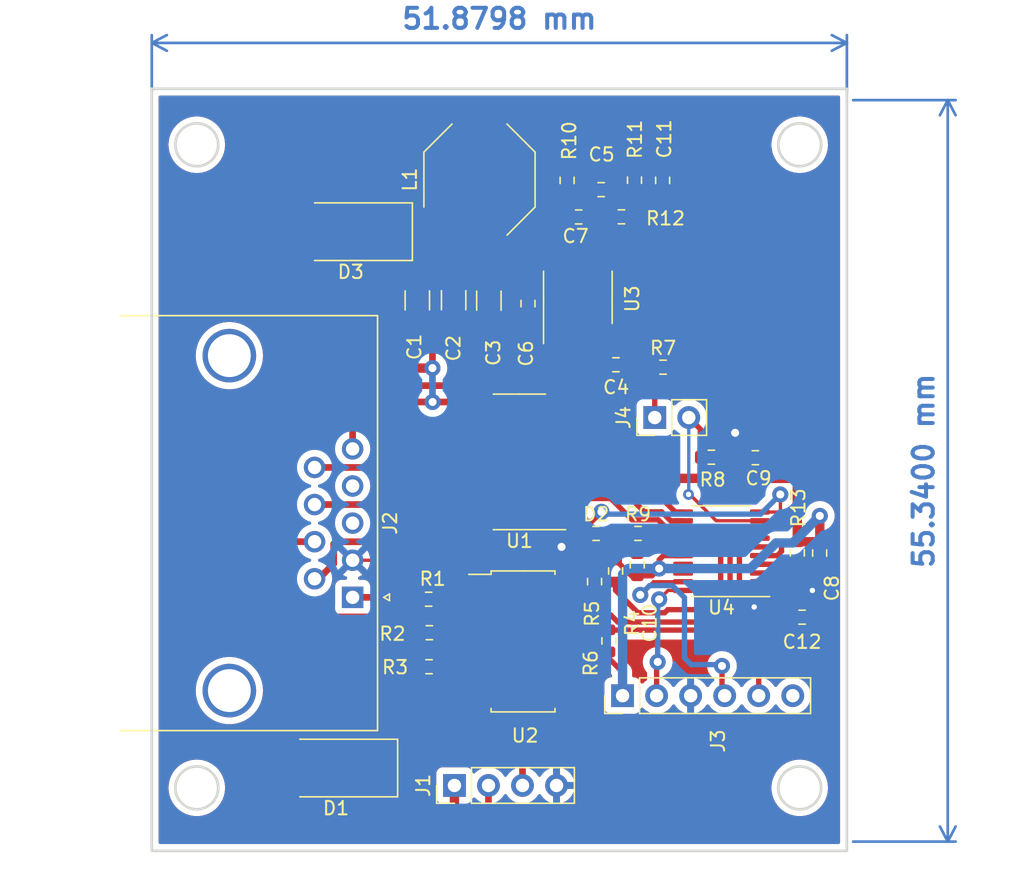
<source format=kicad_pcb>
(kicad_pcb (version 20211014) (generator pcbnew)
  (layers (0 "F.Cu" signal) (31 "B.Cu" signal) (34 "B.Paste" user) (35 "F.Paste" user) (36 "B.SilkS" user "B.Silkscreen") (37 "F.SilkS" user "F.Silkscreen") (38 "B.Mask" user) (39 "F.Mask" user) (44 "Edge.Cuts" user))
  (net 0 "")
  (net 1 "/12V")
  (net 2 "/GND")
  (net 3 "Net-(C4-Pad1)")
  (net 4 "Net-(C5-Pad1)")
  (net 5 "Net-(C5-Pad2)")
  (net 6 "Net-(C6-Pad1)")
  (net 7 "Net-(C6-Pad2)")
  (net 8 "/3V3")
  (net 9 "SWDRES")
  (net 10 "Net-(D1-Pad2)")
  (net 11 "Net-(D2-Pad2)")
  (net 12 "/Coin")
  (net 13 "/limit")
  (net 14 "SWDCLK")
  (net 15 "Net-(J4-Pad1)")
  (net 16 "Net-(R1-Pad2)")
  (net 17 "Net-(R2-Pad2)")
  (net 18 "Net-(R3-Pad2)")
  (net 19 "Net-(R9-Pad2)")
  (net 20 "Net-(R11-Pad2)")
  (net 21 "MOTOR_1")
  (net 22 "MOTOR_2")
  (net 23 "MOTOR_3")
  (net 24 "MOTOR_4")
  (net 31 "Net-(J2-Pad9)")
  (net 32 "Net-(J2-Pad8)")
  (net 33 "Net-(J2-Pad6)")
  (net 34 "/Bill")
  (net 40 "SWDIO")
  (net 43 "Net-(J2-Pad7)")
  (net 44 "LIMIT_MCU")
  (net 45 "COIN_MCU")
  (net 46 "BILL_MCU")
  (net 49 "CW_CCW")
  (footprint "Resistor_SMD:R_0603_1608Metric" (layer "F.Cu") (at 223.69 79.605 -90)
    (fp_text reference "R5")
    (fp_text value "4k7")
  )
  (footprint "Resistor_SMD:R_0603_1608Metric" (layer "F.Cu") (at 226.93 76.01)
    (fp_text reference "R9")
    (fp_text value "330")
  )
  (footprint "Connector_PinHeader_2.54mm:PinHeader_1x06_P2.54mm_Vertical" (layer "F.Cu") (at 225.78 88.12 90)
    (fp_text reference "J3")
    (fp_text value "Conn_01x06_Male")
  )
  (footprint "Diode_SMD:D_SMB_Handsoldering" (layer "F.Cu") (at 205.49 53.49 180)
    (fp_text reference "D3")
    (fp_text value "D_Schottky")
  )
  (footprint "Resistor_SMD:R_0603_1608Metric" (layer "F.Cu") (at 224.18 50.35)
    (fp_text reference "C5")
    (fp_text value "1000p")
  )
  (footprint "Resistor_SMD:R_0603_1608Metric" (layer "F.Cu") (at 223.805 76.01)
    (fp_text reference "D2")
    (fp_text value "LED")
  )
  (footprint "Resistor_SMD:R_0603_1608Metric" (layer "F.Cu") (at 228.8 63.6)
    (fp_text reference "R7")
    (fp_text value "4k7")
  )
  (footprint "Resistor_SMD:R_0603_1608Metric" (layer "F.Cu") (at 225.695 52.38)
    (fp_text reference "R12")
    (fp_text value "3.24k")
  )
  (footprint "Connector_PinHeader_2.54mm:PinHeader_1x04_P2.54mm_Vertical" (layer "F.Cu") (at 213.23 94.82 90)
    (fp_text reference "J1")
    (fp_text value "Conn_01x04_Male")
  )
  (footprint "Capacitor_SMD:C_1206_3216Metric" (layer "F.Cu") (at 213.17 58.605 90)
    (fp_text reference "C2")
    (fp_text value "4.7uf")
  )
  (footprint "Resistor_SMD:R_0603_1608Metric" (layer "F.Cu") (at 238.82 77.455 90)
    (fp_text reference "R13")
    (fp_text value "10k")
  )
  (footprint "Connector_PinHeader_2.54mm:PinHeader_1x02_P2.54mm_Vertical" (layer "F.Cu") (at 228.18 67.36 90)
    (fp_text reference "J4")
    (fp_text value "Conn_01x02_Male")
  )
  (footprint "Resistor_SMD:R_0603_1608Metric" (layer "F.Cu") (at 211.355 83.42)
    (fp_text reference "R2")
    (fp_text value "1k")
  )
  (footprint "Inductor_SMD:L_Bourns-SRU8028_8.0x8.0mm" (layer "F.Cu") (at 215.1 49.6 90)
    (fp_text reference "L1")
    (fp_text value "10uH")
  )
  (footprint "Resistor_SMD:R_0603_1608Metric" (layer "F.Cu") (at 225.26 78.815 -90)
    (fp_text reference "R4")
    (fp_text value "4k7")
  )
  (footprint "Resistor_SMD:R_0603_1608Metric" (layer "F.Cu") (at 226.87 78.345 90)
    (fp_text reference "C10")
    (fp_text value "47uf")
  )
  (footprint "Package_SO:SOIC-16_3.9x9.9mm_P1.27mm" (layer "F.Cu") (at 218.08 70.67 180)
    (fp_text reference "U1")
    (fp_text value "ULN2003")
  )
  (footprint "Package_SO:SOP-16_4.55x10.3mm_P1.27mm" (layer "F.Cu") (at 218.35 84.07)
    (fp_text reference "U2")
    (fp_text value "TLP290-4")
  )
  (footprint "Resistor_SMD:R_0603_1608Metric" (layer "F.Cu") (at 235.69 70.36)
    (fp_text reference "C9")
    (fp_text value "0.1uf")
  )
  (footprint "Resistor_SMD:R_0603_1608Metric" (layer "F.Cu") (at 211.335 85.96)
    (fp_text reference "R3")
    (fp_text value "1k")
  )
  (footprint "Resistor_SMD:R_0603_1608Metric" (layer "F.Cu") (at 221.64 49.66 -90)
    (fp_text reference "R10")
    (fp_text value "29.4k")
  )
  (footprint "Capacitor_SMD:C_1206_3216Metric" (layer "F.Cu") (at 215.8 58.635 90)
    (fp_text reference "C3")
    (fp_text value "0.01uf")
  )
  (footprint "Capacitor_SMD:C_1206_3216Metric" (layer "F.Cu") (at 210.46 58.615 90)
    (fp_text reference "C1")
    (fp_text value "4.7uf")
  )
  (footprint "Resistor_SMD:R_0603_1608Metric" (layer "F.Cu") (at 222.505 52.39 180)
    (fp_text reference "C7")
    (fp_text value "47p")
  )
  (footprint "Resistor_SMD:R_0603_1608Metric" (layer "F.Cu") (at 211.305 80.92)
    (fp_text reference "R1")
    (fp_text value "1k")
  )
  (footprint "Diode_SMD:D_SMB_Handsoldering" (layer "F.Cu") (at 204.39 93.52 180)
    (fp_text reference "D1")
    (fp_text value "D_Schottky")
  )
  (footprint "Package_SO:TSSOP-20_4.4x6.5mm_P0.65mm" (layer "F.Cu") (at 233.16 77.34 180)
    (fp_text reference "U4")
    (fp_text value "STM32F030F4Px")
  )
  (footprint "Resistor_SMD:R_0603_1608Metric" (layer "F.Cu") (at 228.77 49.66 90)
    (fp_text reference "C11")
    (fp_text value "0.1uf")
  )
  (footprint "Resistor_SMD:R_0603_1608Metric" (layer "F.Cu") (at 239.175 82.26)
    (fp_text reference "C12")
    (fp_text value "0.1uf")
  )
  (footprint "Resistor_SMD:R_0603_1608Metric" (layer "F.Cu") (at 232.405 70.32)
    (fp_text reference "R8")
    (fp_text value "100")
  )
  (footprint "Resistor_SMD:R_0603_1608Metric" (layer "F.Cu") (at 240.49 77.475 -90)
    (fp_text reference "C8")
    (fp_text value "47uf")
  )
  (footprint "Resistor_SMD:R_0603_1608Metric" (layer "F.Cu") (at 226.67 49.645 -90)
    (fp_text reference "R11")
    (fp_text value "10.2k")
  )
  (footprint "Resistor_SMD:R_0603_1608Metric" (layer "F.Cu") (at 218.72 58.855 -90)
    (fp_text reference "C6")
    (fp_text value "0.1uf")
  )
  (footprint "Package_SO:SOIC-8_3.9x4.9mm_P1.27mm" (layer "F.Cu") (at 222.44 58.39 90)
    (fp_text reference "U3")
    (fp_text value "TPS54231")
  )
  (footprint "Resistor_SMD:R_0603_1608Metric" (layer "F.Cu") (at 225.285 63.42)
    (fp_text reference "C4")
    (fp_text value "0.015uf")
  )
  (footprint "Connector_Dsub:DSUB-9_Female_Horizontal_P2.77x2.84mm_EdgePinOffset14.56mm_Housed_MountingHolesOffset8.20mm" (layer "F.Cu") (at 205.63 80.78 -90)
    (fp_text reference "J2")
    (fp_text value "DB9_Female_MountingHoles")
  )
  (footprint "Resistor_SMD:R_0603_1608Metric" (layer "F.Cu") (at 224.76 84.03 90)
    (fp_text reference "R6")
    (fp_text value "4k7")
  )
  (gr_rect (start 190.64 42.821302) (end 242.51977 99.7) (layer "Edge.Cuts") (width 0.2) (fill none))
  (gr_circle (center 239 95) (end 240.6 95) (layer "Edge.Cuts") (width 0.2) (fill none))
  (gr_circle (center 194 95) (end 195.6 95) (layer "Edge.Cuts") (width 0.2) (fill none))
  (gr_circle (center 239 47) (end 240.6 47) (layer "Edge.Cuts") (width 0.2) (fill none))
  (gr_circle (center 194 47) (end 195.6 47) (layer "Edge.Cuts") (width 0.2) (fill none))
  (dimension (type aligned) (layer "B.Cu") (pts (xy 242.49 43.67) (xy 242.49 99.01)) (height -7.56) (gr_text "55,3400 мм" (at 248.25 71.34 90) (layer "B.Cu") (effects (font (size 1.5 1.5) (thickness 0.3)))) (format (units 3) (units_format 1) (precision 4)) (style (thickness 0.2) (arrow_length 1.27) (text_position_mode 0) (extension_height 0.58642) (extension_offset 0.5) keep_text_aligned))
  (dimension (type aligned) (layer "B.Cu") (pts (xy 242.51977 43.521302) (xy 190.64 43.521302)) (height 4.121302) (gr_text "51,8798 мм" (at 216.579885 37.6) (layer "B.Cu") (effects (font (size 1.5 1.5) (thickness 0.3)))) (format (units 3) (units_format 1) (precision 4)) (style (thickness 0.2) (arrow_length 1.27) (text_position_mode 0) (extension_height 0.58642) (extension_offset 0.5) keep_text_aligned))
  (segment (start 215.58 66.2) (end 215.605 66.225) (width 0.25) (layer "F.Cu") (net 1))
  (segment (start 210.51 83.44) (end 210.53 83.42) (width 0.25) (layer "F.Cu") (net 1))
  (segment (start 202.03 63.67) (end 211.59 63.67) (width 0.7) (layer "F.Cu") (net 1))
  (segment (start 209.54 93.52) (end 207.09 93.52) (width 0.7) (layer "F.Cu") (net 1))
  (segment (start 210.51 85.96) (end 210.51 83.44) (width 0.7) (layer "F.Cu") (net 1))
  (segment (start 209.54 93.49) (end 209.54 93.52) (width 0.25) (layer "F.Cu") (net 1))
  (segment (start 221.805 62.545) (end 221.33 63.02) (width 0.5) (layer "F.Cu") (net 1))
  (segment (start 199.48 66.22) (end 202.03 63.67) (width 0.7) (layer "F.Cu") (net 1))
  (segment (start 210.93 61.46) (end 210.93 60.105) (width 0.5) (layer "F.Cu") (net 1))
  (segment (start 211.6 66.2) (end 215.58 66.2) (width 0.5) (layer "F.Cu") (net 1))
  (segment (start 212.52 60.1) (end 215.41 60.1) (width 0.8) (layer "F.Cu") (net 1))
  (segment (start 205.63 66.375331) (end 205.705331 66.3) (width 0.5) (layer "F.Cu") (net 1))
  (segment (start 211.59 63.67) (end 211.59 62.12) (width 0.5) (layer "F.Cu") (net 1))
  (segment (start 210.51 85.96) (end 210.51 89.76) (width 0.7) (layer "F.Cu") (net 1))
  (segment (start 210.48 82.25) (end 210.39 82.34) (width 0.25) (layer "F.Cu") (net 1))
  (segment (start 211.59 62.12) (end 210.93 61.46) (width 0.5) (layer "F.Cu") (net 1))
  (segment (start 210.51 89.76) (end 210.49 89.78) (width 0.25) (layer "F.Cu") (net 1))
  (segment (start 215.1 62.7) (end 215.1 60) (width 0.5) (layer "F.Cu") (net 1))
  (segment (start 210.53 83.42) (end 210.48 83.37) (width 0.25) (layer "F.Cu") (net 1))
  (segment (start 215.09 59.99) (end 215.1 60) (width 0.25) (layer "F.Cu") (net 1))
  (segment (start 205.63 69.7) (end 205.63 66.375331) (width 0.5) (layer "F.Cu") (net 1))
  (segment (start 199.48 78.6) (end 199.48 66.22) (width 0.7) (layer "F.Cu") (net 1))
  (segment (start 211.6 66.2) (end 205.805331 66.2) (width 0.5) (layer "F.Cu") (net 1))
  (segment (start 210.51 89.76) (end 210.51 92.52) (width 0.7) (layer "F.Cu") (net 1))
  (segment (start 205.805331 66.2) (end 205.705331 66.3) (width 0.5) (layer "F.Cu") (net 1))
  (segment (start 210.39 82.34) (end 203.22 82.34) (width 0.7) (layer "F.Cu") (net 1))
  (segment (start 221.805 60.865) (end 221.805 62.545) (width 0.5) (layer "F.Cu") (net 1))
  (segment (start 221.33 63.02) (end 215.42 63.02) (width 0.5) (layer "F.Cu") (net 1))
  (segment (start 210.48 83.37) (end 210.48 80.92) (width 0.7) (layer "F.Cu") (net 1))
  (segment (start 210.51 92.52) (end 209.54 93.49) (width 0.7) (layer "F.Cu") (net 1))
  (segment (start 215.42 63.02) (end 215.1 62.7) (width 0.5) (layer "F.Cu") (net 1))
  (segment (start 203.22 82.34) (end 199.48 78.6) (width 0.7) (layer "F.Cu") (net 1))
  (segment (start 210.3 60.1) (end 213.04 60.1) (width 0.8) (layer "F.Cu") (net 1))
  (segment (start 210.48 80.92) (end 210.48 82.25) (width 0.25) (layer "F.Cu") (net 1))
  (segment (start 211.64 63.67) (end 211.59 63.67) (width 0.25) (layer "F.Cu") (net 1))
  (via (at 211.6 66.2) (size 1.2) (drill 0.6) (layers "F.Cu" "B.Cu") (net 1))
  (via (at 211.59 63.67) (size 1.2) (drill 0.6) (layers "F.Cu" "B.Cu") (net 1))
  (segment (start 211.6 66.27) (end 211.59 66.28) (width 0.25) (layer "B.Cu") (net 1))
  (segment (start 211.59 63.67) (end 211.59 66.28) (width 0.5) (layer "B.Cu") (net 1))
  (segment (start 211.6 66.2) (end 211.6 66.27) (width 0.25) (layer "B.Cu") (net 1))
  (segment (start 221.68 52.39) (end 221.68 50.525) (width 0.25) (layer "F.Cu") (net 2))
  (segment (start 221.39 83.455) (end 219.385 83.455) (width 0.25) (layer "F.Cu") (net 2))
  (segment (start 228.75 52.38) (end 228.78 52.35) (width 0.25) (layer "F.Cu") (net 2))
  (segment (start 240 80.32) (end 239.945 80.265) (width 0.25) (layer "F.Cu") (net 2))
  (segment (start 221.39 80.915) (end 219.745 80.915) (width 0.25) (layer "F.Cu") (net 2))
  (segment (start 219.34 77.04) (end 219.365 77.015) (width 0.25) (layer "F.Cu") (net 2))
  (segment (start 240 82.26) (end 240 80.32) (width 0.4) (layer "F.Cu") (net 2))
  (segment (start 228.78 52.35) (end 228.78 52.16) (width 0.25) (layer "F.Cu") (net 2))
  (segment (start 226.87 77.17) (end 226.715 77.015) (width 0.25) (layer "F.Cu") (net 2))
  (segment (start 221.805 54.265) (end 221.45 53.91) (width 0.4) (layer "F.Cu") (net 2))
  (segment (start 233.94 70.32) (end 234.825 70.32) (width 0.25) (layer "F.Cu") (net 2))
  (segment (start 233.23 70.32) (end 233.94 70.32) (width 0.25) (layer "F.Cu") (net 2))
  (segment (start 226.87 77.52) (end 226.87 77.17) (width 0.25) (layer "F.Cu") (net 2))
  (segment (start 240.315 80.265) (end 240.49 80.09) (width 0.4) (layer "F.Cu") (net 2))
  (segment (start 226.11 63.42) (end 226.11 58.24) (width 0.4) (layer "F.Cu") (net 2))
  (segment (start 215.09 57.04) (end 215.1 57.05) (width 0.25) (layer "F.Cu") (net 2))
  (segment (start 214.175 77.015) (end 219.365 77.015) (width 0.25) (layer "F.Cu") (net 2))
  (segment (start 205.63 78.01) (end 213.18 78.01) (width 0.25) (layer "F.Cu") (net 2))
  (segment (start 233.94 68.74) (end 233.94 70.32) (width 0.25) (layer "F.Cu") (net 2))
  (segment (start 220.49 66.16) (end 220.555 66.225) (width 0.25) (layer "F.Cu") (net 2))
  (segment (start 226.52 52.38) (end 228.75 52.38) (width 0.25) (layer "F.Cu") (net 2))
  (segment (start 226.715 77.015) (end 222.905 77.015) (width 0.4) (layer "F.Cu") (net 2))
  (segment (start 222.905 77.015) (end 221.225 77.015) (width 0.25) (layer "F.Cu") (net 2))
  (segment (start 221.45 52.62) (end 221.68 52.39) (width 0.25) (layer "F.Cu") (net 2))
  (segment (start 222.905 76.14) (end 222.955 76.09) (width 0.25) (layer "F.Cu") (net 2))
  (segment (start 221.805 55.915) (end 221.805 54.265) (width 0.4) (layer "F.Cu") (net 2))
  (segment (start 228.78 50.495) (end 228.77 50.485) (width 0.25) (layer "F.Cu") (net 2))
  (segment (start 219.365 77.015) (end 219.135 77.015) (width 0.25) (layer "F.Cu") (net 2))
  (segment (start 234.18 68.5) (end 233.94 68.74) (width 0.25) (layer "F.Cu") (net 2))
  (segment (start 226.11 58.24) (end 226.07 58.2) (width 0.25) (layer "F.Cu") (net 2))
  (segment (start 221.805 58.055) (end 221.95 58.2) (width 0.25) (layer "F.Cu") (net 2))
  (segment (start 221.225 77.015) (end 219.365 77.015) (width 0.25) (layer "F.Cu") (net 2))
  (segment (start 239.945 80.265) (end 240.315 80.265) (width 0.4) (layer "F.Cu") (net 2))
  (segment (start 221.95 58.2) (end 226.07 58.2) (width 0.25) (layer "F.Cu") (net 2))
  (segment (start 222.905 77.015) (end 222.905 76.14) (width 0.25) (layer "F.Cu") (net 2))
  (segment (start 221.68 50.525) (end 221.64 50.485) (width 0.25) (layer "F.Cu") (net 2))
  (segment (start 219.34 81.32) (end 219.34 83.41) (width 0.25) (layer "F.Cu") (net 2))
  (segment (start 219.745 80.915) (end 219.34 81.32) (width 0.25) (layer "F.Cu") (net 2))
  (segment (start 219.34 83.41) (end 219.34 85.75) (width 0.25) (layer "F.Cu") (net 2))
  (segment (start 221.805 55.915) (end 221.805 58.055) (width 0.25) (layer "F.Cu") (net 2))
  (segment (start 219.385 83.455) (end 219.34 83.41) (width 0.25) (layer "F.Cu") (net 2))
  (segment (start 219.585 85.995) (end 221.39 85.995) (width 0.25) (layer "F.Cu") (net 2))
  (segment (start 228.78 52.16) (end 228.78 50.495) (width 0.25) (layer "F.Cu") (net 2))
  (segment (start 230.2975 77.015) (end 226.715 77.015) (width 0.4) (layer "F.Cu") (net 2))
  (segment (start 219.34 81.32) (end 219.34 77.04) (width 0.25) (layer "F.Cu") (net 2))
  (segment (start 213.18 78.01) (end 214.175 77.015) (width 0.25) (layer "F.Cu") (net 2))
  (segment (start 221.45 53.91) (end 221.45 52.62) (width 0.25) (layer "F.Cu") (net 2))
  (segment (start 219.34 85.75) (end 219.585 85.995) (width 0.25) (layer "F.Cu") (net 2))
  (segment (start 240.49 80.09) (end 240.49 78.3) (width 0.4) (layer "F.Cu") (net 2))
  (segment (start 234.825 70.32) (end 234.865 70.36) (width 0.25) (layer "F.Cu") (net 2))
  (via (at 235.6 81.5) (size 0.8) (drill 0.4) (layers "F.Cu" "B.Cu") (net 2))
  (via (at 234.18 68.5) (size 1.2) (drill 0.6) (layers "F.Cu" "B.Cu") (net 2))
  (via (at 221.225 77.015) (size 1.2) (drill 0.6) (layers "F.Cu" "B.Cu") (net 2))
  (via (at 239.945 80.265) (size 0.8) (drill 0.4) (layers "F.Cu" "B.Cu") (net 2))
  (segment (start 224.345 63.305) (end 224.46 63.42) (width 0.25) (layer "F.Cu") (net 3))
  (segment (start 224.345 60.865) (end 224.345 63.305) (width 0.4) (layer "F.Cu") (net 3))
  (segment (start 223.33 52.39) (end 223.33 50.375) (width 0.4) (layer "F.Cu") (net 4))
  (segment (start 223.075 52.645) (end 223.33 52.39) (width 0.25) (layer "F.Cu") (net 4))
  (segment (start 223.33 50.375) (end 223.355 50.35) (width 0.25) (layer "F.Cu") (net 4))
  (segment (start 223.075 55.915) (end 223.075 52.645) (width 0.4) (layer "F.Cu") (net 4))
  (segment (start 225.005 50.35) (end 225.005 49.045) (width 0.4) (layer "F.Cu") (net 5))
  (segment (start 224.78 48.82) (end 221.655 48.82) (width 0.4) (layer "F.Cu") (net 5))
  (segment (start 221.655 48.82) (end 221.64 48.835) (width 0.25) (layer "F.Cu") (net 5))
  (segment (start 225.005 49.045) (end 224.78 48.82) (width 0.4) (layer "F.Cu") (net 5))
  (segment (start 208.19 53.49) (end 215.09 53.49) (width 1) (layer "F.Cu") (net 6))
  (segment (start 218.72 56.28) (end 219.4 55.6) (width 0.4) (layer "F.Cu") (net 6))
  (segment (start 219.4 55.6) (end 220.22 55.6) (width 0.4) (layer "F.Cu") (net 6))
  (segment (start 218.72 58.03) (end 218.72 56.28) (width 0.4) (layer "F.Cu") (net 6))
  (segment (start 219.9 53.5) (end 215.1 53.5) (width 0.5) (layer "F.Cu") (net 6))
  (segment (start 219.9 53.5) (end 220.535 54.135) (width 0.5) (layer "F.Cu") (net 6))
  (segment (start 218.69 58) (end 218.72 58.03) (width 0.25) (layer "F.Cu") (net 6))
  (segment (start 220.535 54.135) (end 220.535 55.915) (width 0.5) (layer "F.Cu") (net 6))
  (segment (start 220.22 55.6) (end 220.535 55.915) (width 0.25) (layer "F.Cu") (net 6))
  (segment (start 215.09 53.49) (end 215.1 53.5) (width 0.25) (layer "F.Cu") (net 6))
  (segment (start 218.72 60.71) (end 218.9 60.89) (width 0.4) (layer "F.Cu") (net 7))
  (segment (start 218.9 60.89) (end 220.51 60.89) (width 0.4) (layer "F.Cu") (net 7))
  (segment (start 220.51 60.89) (end 220.535 60.865) (width 0.25) (layer "F.Cu") (net 7))
  (segment (start 218.72 59.68) (end 218.72 60.71) (width 0.4) (layer "F.Cu") (net 7))
  (segment (start 237.71 76.63) (end 238.82 76.63) (width 0.4) (layer "F.Cu") (net 8))
  (segment (start 240.47 76.63) (end 240.49 76.65) (width 0.25) (layer "F.Cu") (net 8))
  (segment (start 228.51 77.98) (end 228.825 77.665) (width 0.4) (layer "F.Cu") (net 8))
  (segment (start 227.97 79.17) (end 228.51 78.63) (width 0.4) (layer "F.Cu") (net 8))
  (segment (start 225.8 69.440018) (end 225.8 65.75) (width 0.7) (layer "F.Cu") (net 8))
  (segment (start 228.755 48.82) (end 228.77 48.835) (width 0.25) (layer "F.Cu") (net 8))
  (segment (start 230.2975 77.665) (end 230.2925 77.66) (width 0.25) (layer "F.Cu") (net 8))
  (segment (start 238.82 71.9) (end 228.259982 71.9) (width 0.7) (layer "F.Cu") (net 8))
  (segment (start 225.78 86.36) (end 225.78 88.12) (width 0.4) (layer "F.Cu") (net 8))
  (segment (start 226.8 48.69) (end 226.67 48.82) (width 0.25) (layer "F.Cu") (net 8))
  (segment (start 226.87 79.17) (end 226.44 79.17) (width 0.25) (layer "F.Cu") (net 8))
  (segment (start 226.8 46.5) (end 226.8 48.69) (width 0.7) (layer "F.Cu") (net 8))
  (segment (start 238.82 71.9) (end 238.82 70.88) (width 0.7) (layer "F.Cu") (net 8))
  (segment (start 228.51 78.63) (end 228.51 77.98) (width 0.4) (layer "F.Cu") (net 8))
  (segment (start 237.64 76.7) (end 237.71 76.63) (width 0.25) (layer "F.Cu") (net 8))
  (segment (start 238.3 70.36) (end 236.515 70.36) (width 0.7) (layer "F.Cu") (net 8))
  (segment (start 226.67 48.82) (end 228.755 48.82) (width 0.7) (layer "F.Cu") (net 8))
  (segment (start 223.69 78.78) (end 223.69 78.28) (width 0.4) (layer "F.Cu") (net 8))
  (segment (start 230.3 61.25) (end 230.3 48.74) (width 0.7) (layer "F.Cu") (net 8))
  (segment (start 238.82 70.88) (end 238.3 70.36) (width 0.7) (layer "F.Cu") (net 8))
  (segment (start 236.0225 77.665) (end 237.325 77.665) (width 0.4) (layer "F.Cu") (net 8))
  (segment (start 223.98 77.99) (end 225.26 77.99) (width 0.4) (layer "F.Cu") (net 8))
  (segment (start 224.76 84.855) (end 224.76 85.34) (width 0.4) (layer "F.Cu") (net 8))
  (segment (start 226.87 79.17) (end 227.97 79.17) (width 0.4) (layer "F.Cu") (net 8))
  (segment (start 238.82 76.63) (end 240.47 76.63) (width 0.7) (layer "F.Cu") (net 8))
  (segment (start 215.1 45.7) (end 226 45.7) (width 0.7) (layer "F.Cu") (net 8))
  (segment (start 230.3 48.74) (end 228.865 48.74) (width 0.7) (layer "F.Cu") (net 8))
  (segment (start 228.259982 71.9) (end 225.8 69.440018) (width 0.7) (layer "F.Cu") (net 8))
  (segment (start 228.865 48.74) (end 228.77 48.835) (width 0.25) (layer "F.Cu") (net 8))
  (segment (start 224.76 85.34) (end 225.78 86.36) (width 0.4) (layer "F.Cu") (net 8))
  (segment (start 237.64 77.35) (end 237.64 76.7) (width 0.4) (layer "F.Cu") (net 8))
  (segment (start 228.825 77.665) (end 230.2975 77.665) (width 0.4) (layer "F.Cu") (net 8))
  (segment (start 226 45.7) (end 226.8 46.5) (width 0.7) (layer "F.Cu") (net 8))
  (segment (start 223.69 78.28) (end 223.98 77.99) (width 0.4) (layer "F.Cu") (net 8))
  (segment (start 240.5 76.64) (end 240.49 76.65) (width 0.25) (layer "F.Cu") (net 8))
  (segment (start 238.82 76.63) (end 238.82 71.9) (width 0.7) (layer "F.Cu") (net 8))
  (segment (start 237.325 77.665) (end 237.64 77.35) (width 0.4) (layer "F.Cu") (net 8))
  (segment (start 225.8 65.75) (end 230.3 61.25) (width 0.7) (layer "F.Cu") (net 8))
  (segment (start 240.5 74.7) (end 240.5 76.64) (width 0.7) (layer "F.Cu") (net 8))
  (segment (start 226.44 79.17) (end 225.26 77.99) (width 0.4) (layer "F.Cu") (net 8))
  (via (at 240.5 74.7) (size 1.2) (drill 0.6) (layers "F.Cu" "B.Cu") (net 8))
  (via (at 228.51 78.63) (size 1.2) (drill 0.6) (layers "F.Cu" "B.Cu") (net 8))
  (segment (start 238.48 76.72) (end 237.23 76.72) (width 0.7) (layer "B.Cu") (net 8))
  (segment (start 237.23 76.72) (end 235.32 78.63) (width 0.7) (layer "B.Cu") (net 8))
  (segment (start 226.21 78.63) (end 228.51 78.63) (width 0.7) (layer "B.Cu") (net 8))
  (segment (start 225.78 88.12) (end 225.78 79.06) (width 0.7) (layer "B.Cu") (net 8))
  (segment (start 225.78 79.06) (end 226.21 78.63) (width 0.7) (layer "B.Cu") (net 8))
  (segment (start 235.32 78.63) (end 228.51 78.63) (width 0.7) (layer "B.Cu") (net 8))
  (segment (start 240.5 74.7) (end 238.48 76.72) (width 0.7) (layer "B.Cu") (net 8))
  (segment (start 235.94 88.12) (end 235.94 82.86) (width 0.4) (layer "F.Cu") (net 9))
  (segment (start 238.35 82.26) (end 238.35 79.5505) (width 0.4) (layer "F.Cu") (net 9))
  (segment (start 236.64 82.16) (end 238.25 82.16) (width 0.4) (layer "F.Cu") (net 9))
  (segment (start 238.35 79.5505) (end 238.34 79.5405) (width 0.25) (layer "F.Cu") (net 9))
  (segment (start 235.94 82.86) (end 236.64 82.16) (width 0.4) (layer "F.Cu") (net 9))
  (segment (start 238.25 82.16) (end 238.35 82.26) (width 0.25) (layer "F.Cu") (net 9))
  (segment (start 238.34 79.5405) (end 238.82 79.0605) (width 0.4) (layer "F.Cu") (net 9))
  (segment (start 238.82 79.0605) (end 238.82 78.28) (width 0.4) (layer "F.Cu") (net 9))
  (segment (start 238.785 78.315) (end 238.82 78.28) (width 0.25) (layer "F.Cu") (net 9))
  (segment (start 236.0225 78.315) (end 238.785 78.315) (width 0.4) (layer "F.Cu") (net 9))
  (segment (start 213.23 97.53) (end 213.23 94.82) (width 0.7) (layer "F.Cu") (net 10))
  (segment (start 201.69 93.52) (end 201.69 97.7) (width 0.7) (layer "F.Cu") (net 10))
  (segment (start 201.69 97.7) (end 201.99 98) (width 0.7) (layer "F.Cu") (net 10))
  (segment (start 212.76 98) (end 213.23 97.53) (width 0.7) (layer "F.Cu") (net 10))
  (segment (start 201.99 98) (end 212.76 98) (width 0.7) (layer "F.Cu") (net 10))
  (segment (start 226.115 76.09) (end 224.605 76.09) (width 0.4) (layer "F.Cu") (net 11))
  (segment (start 215.77 96.91) (end 215.77 94.82) (width 0.5) (layer "F.Cu") (net 12))
  (segment (start 216.15 97.29) (end 215.77 96.91) (width 0.5) (layer "F.Cu") (net 12))
  (segment (start 217.645 82.185) (end 217.74 82.28) (width 0.5) (layer "F.Cu") (net 12))
  (segment (start 222.81 91.98) (end 223.54 92.71) (width 0.5) (layer "F.Cu") (net 12))
  (segment (start 217.74 82.28) (end 217.74 90.08) (width 0.5) (layer "F.Cu") (net 12))
  (segment (start 219.64 91.98) (end 222.81 91.98) (width 0.5) (layer "F.Cu") (net 12))
  (segment (start 223.54 92.71) (end 223.54 96.76) (width 0.5) (layer "F.Cu") (net 12))
  (segment (start 223.01 97.29) (end 216.15 97.29) (width 0.5) (layer "F.Cu") (net 12))
  (segment (start 223.54 96.76) (end 223.01 97.29) (width 0.5) (layer "F.Cu") (net 12))
  (segment (start 217.74 90.08) (end 219.64 91.98) (width 0.5) (layer "F.Cu") (net 12))
  (segment (start 214.89 82.185) (end 217.645 82.185) (width 0.5) (layer "F.Cu") (net 12))
  (segment (start 209.945 79.645) (end 214.89 79.645) (width 0.5) (layer "F.Cu") (net 13))
  (segment (start 205.63 80.78) (end 208.81 80.78) (width 0.5) (layer "F.Cu") (net 13))
  (segment (start 208.81 80.78) (end 209.945 79.645) (width 0.5) (layer "F.Cu") (net 13))
  (segment (start 228.4 85.64) (end 228.4 85.6) (width 0.25) (layer "F.Cu") (net 14))
  (segment (start 229.175 80.265) (end 230.2975 80.265) (width 0.25) (layer "F.Cu") (net 14))
  (segment (start 228.51 80.93) (end 229.175 80.265) (width 0.25) (layer "F.Cu") (net 14))
  (segment (start 228.32 88.12) (end 228.32 85.72) (width 0.4) (layer "F.Cu") (net 14))
  (segment (start 228.32 85.72) (end 228.4 85.64) (width 0.25) (layer "F.Cu") (net 14))
  (via (at 228.51 80.93) (size 1.2) (drill 0.6) (layers "F.Cu" "B.Cu") (net 14))
  (via (at 228.4 85.6) (size 1.2) (drill 0.6) (layers "F.Cu" "B.Cu") (net 14))
  (segment (start 228.5 81) (end 228.4 81.1) (width 0.4) (layer "B.Cu") (net 14))
  (segment (start 228.5 80.94) (end 228.51 80.93) (width 0.25) (layer "B.Cu") (net 14))
  (segment (start 228.5 81) (end 228.5 80.94) (width 0.25) (layer "B.Cu") (net 14))
  (segment (start 228.4 81.1) (end 228.4 85.6) (width 0.4) (layer "B.Cu") (net 14))
  (segment (start 228.18 67.36) (end 228.18 65.52) (width 0.4) (layer "F.Cu") (net 15))
  (segment (start 228.18 65.52) (end 228.7 65) (width 0.4) (layer "F.Cu") (net 15))
  (segment (start 229.625 64.975) (end 229.625 63.6) (width 0.4) (layer "F.Cu") (net 15))
  (segment (start 229.6 65) (end 229.625 64.975) (width 0.25) (layer "F.Cu") (net 15))
  (segment (start 228.7 65) (end 229.6 65) (width 0.4) (layer "F.Cu") (net 15))
  (segment (start 214.885 80.92) (end 214.89 80.915) (width 0.25) (layer "F.Cu") (net 16))
  (segment (start 212.13 80.92) (end 214.885 80.92) (width 0.5) (layer "F.Cu") (net 16))
  (segment (start 212.18 83.42) (end 214.855 83.42) (width 0.5) (layer "F.Cu") (net 17))
  (segment (start 214.855 83.42) (end 214.89 83.455) (width 0.25) (layer "F.Cu") (net 17))
  (segment (start 214.855 85.96) (end 214.89 85.995) (width 0.25) (layer "F.Cu") (net 18))
  (segment (start 212.16 85.96) (end 214.855 85.96) (width 0.5) (layer "F.Cu") (net 18))
  (segment (start 228.64 76.04) (end 227.815 76.04) (width 0.4) (layer "F.Cu") (net 19))
  (segment (start 230.2975 76.365) (end 228.965 76.365) (width 0.4) (layer "F.Cu") (net 19))
  (segment (start 227.815 76.04) (end 227.765 76.09) (width 0.25) (layer "F.Cu") (net 19))
  (segment (start 228.965 76.365) (end 228.64 76.04) (width 0.4) (layer "F.Cu") (net 19))
  (segment (start 226.55 51.34) (end 226.67 51.22) (width 0.4) (layer "F.Cu") (net 20))
  (segment (start 224.87 51.69) (end 225.22 51.34) (width 0.4) (layer "F.Cu") (net 20))
  (segment (start 226.67 51.22) (end 226.67 50.47) (width 0.4) (layer "F.Cu") (net 20))
  (segment (start 224.87 52.38) (end 224.87 51.69) (width 0.4) (layer "F.Cu") (net 20))
  (segment (start 224.345 54.125) (end 224.87 53.6) (width 0.4) (layer "F.Cu") (net 20))
  (segment (start 224.345 55.915) (end 224.345 54.125) (width 0.4) (layer "F.Cu") (net 20))
  (segment (start 225.22 51.34) (end 226.55 51.34) (width 0.4) (layer "F.Cu") (net 20))
  (segment (start 224.87 53.6) (end 224.87 52.38) (width 0.4) (layer "F.Cu") (net 20))
  (segment (start 237.545 74.415) (end 237.56 74.4) (width 0.25) (layer "F.Cu") (net 21))
  (segment (start 236.0225 74.415) (end 237.545 74.415) (width 0.25) (layer "F.Cu") (net 21))
  (segment (start 237.56 73.11) (end 237.55 73.1) (width 0.25) (layer "F.Cu") (net 21))
  (segment (start 224.2 74.4) (end 223.485 75.115) (width 0.4) (layer "F.Cu") (net 21))
  (segment (start 223.485 75.115) (end 220.555 75.115) (width 0.4) (layer "F.Cu") (net 21))
  (segment (start 237.56 74.4) (end 237.56 73.11) (width 0.25) (layer "F.Cu") (net 21))
  (via (at 224.2 74.4) (size 1.2) (drill 0.6) (layers "F.Cu" "B.Cu") (net 21))
  (via (at 237.55 73.1) (size 1.2) (drill 0.6) (layers "F.Cu" "B.Cu") (net 21))
  (segment (start 224.3695 74.5695) (end 236.0805 74.5695) (width 0.4) (layer "B.Cu") (net 21))
  (segment (start 224.2 74.4) (end 224.3695 74.5695) (width 0.25) (layer "B.Cu") (net 21))
  (segment (start 236.0805 74.5695) (end 237.55 73.1) (width 0.4) (layer "B.Cu") (net 21))
  (segment (start 226.49714 74.99714) (end 224.900489 73.400489) (width 0.4) (layer "F.Cu") (net 22))
  (segment (start 228.44499 74.99714) (end 226.49714 74.99714) (width 0.4) (layer "F.Cu") (net 22))
  (segment (start 220.555 73.845) (end 220.6 73.8) (width 0.25) (layer "F.Cu") (net 22))
  (segment (start 222.755 73.845) (end 220.555 73.845) (width 0.4) (layer "F.Cu") (net 22))
  (segment (start 229.16285 75.715) (end 228.44499 74.99714) (width 0.4) (layer "F.Cu") (net 22))
  (segment (start 223.199511 73.400489) (end 222.755 73.845) (width 0.4) (layer "F.Cu") (net 22))
  (segment (start 224.900489 73.400489) (end 223.199511 73.400489) (width 0.4) (layer "F.Cu") (net 22))
  (segment (start 230.2975 75.715) (end 229.16285 75.715) (width 0.4) (layer "F.Cu") (net 22))
  (segment (start 228.69332 74.39762) (end 229.3607 75.065) (width 0.4) (layer "F.Cu") (net 23))
  (segment (start 229.3607 75.065) (end 230.2975 75.065) (width 0.4) (layer "F.Cu") (net 23))
  (segment (start 225.575 72.575) (end 227.39762 74.39762) (width 0.4) (layer "F.Cu") (net 23))
  (segment (start 227.39762 74.39762) (end 228.69332 74.39762) (width 0.4) (layer "F.Cu") (net 23))
  (segment (start 220.555 72.575) (end 225.575 72.575) (width 0.4) (layer "F.Cu") (net 23))
  (segment (start 220.555 71.305) (end 220.58 71.33) (width 0.25) (layer "F.Cu") (net 24))
  (segment (start 229.715 74.415) (end 230.2975 74.415) (width 0.4) (layer "F.Cu") (net 24))
  (segment (start 226.63 71.33) (end 229.715 74.415) (width 0.4) (layer "F.Cu") (net 24))
  (segment (start 220.58 71.33) (end 226.63 71.33) (width 0.4) (layer "F.Cu") (net 24))
  (segment (start 208.905 71.085) (end 210.395 72.575) (width 0.5) (layer "F.Cu") (net 31))
  (segment (start 210.395 72.575) (end 215.605 72.575) (width 0.5) (layer "F.Cu") (net 31))
  (segment (start 202.79 71.085) (end 208.905 71.085) (width 0.5) (layer "F.Cu") (net 31))
  (segment (start 202.79 73.855) (end 215.595 73.855) (width 0.5) (layer "F.Cu") (net 32))
  (segment (start 215.595 73.855) (end 215.605 73.845) (width 0.25) (layer "F.Cu") (net 32))
  (segment (start 214.455 75.115) (end 215.605 75.115) (width 0.5) (layer "F.Cu") (net 33))
  (segment (start 204.22 78.27) (end 204.22 76.8) (width 0.5) (layer "F.Cu") (net 33))
  (segment (start 204.39 76.63) (end 212.03 76.63) (width 0.5) (layer "F.Cu") (net 33))
  (segment (start 204.22 76.8) (end 204.39 76.63) (width 0.5) (layer "F.Cu") (net 33))
  (segment (start 213.545 75.115) (end 215.605 75.115) (width 0.5) (layer "F.Cu") (net 33))
  (segment (start 203.095 79.395) (end 204.22 78.27) (width 0.5) (layer "F.Cu") (net 33))
  (segment (start 202.79 79.395) (end 203.095 79.395) (width 0.25) (layer "F.Cu") (net 33))
  (segment (start 212.03 76.63) (end 213.545 75.115) (width 0.5) (layer "F.Cu") (net 33))
  (segment (start 214.89 84.725) (end 216.535 84.725) (width 0.5) (layer "F.Cu") (net 34))
  (segment (start 216.71 91.02) (end 216.77 91.02) (width 0.5) (layer "F.Cu") (net 34))
  (segment (start 218.31 92.56) (end 218.31 94.82) (width 0.5) (layer "F.Cu") (net 34))
  (segment (start 216.71 84.9) (end 216.71 91.02) (width 0.5) (layer "F.Cu") (net 34))
  (segment (start 216.535 84.725) (end 216.71 84.9) (width 0.5) (layer "F.Cu") (net 34))
  (segment (start 216.77 91.02) (end 218.31 92.56) (width 0.5) (layer "F.Cu") (net 34))
  (segment (start 228.085 79.615) (end 230.2975 79.615) (width 0.25) (layer "F.Cu") (net 40))
  (segment (start 227.1 80.6) (end 228.085 79.615) (width 0.25) (layer "F.Cu") (net 40))
  (segment (start 233.2 85.9) (end 233.2 87.92) (width 0.4) (layer "F.Cu") (net 40))
  (segment (start 233.2 87.92) (end 233.4 88.12) (width 0.25) (layer "F.Cu") (net 40))
  (via (at 233.2 85.9) (size 1.2) (drill 0.6) (layers "F.Cu" "B.Cu") (net 40))
  (via (at 227.1 80.6) (size 1.2) (drill 0.6) (layers "F.Cu" "B.Cu") (net 40))
  (segment (start 230.9 85.8) (end 233.1 85.8) (width 0.4) (layer "B.Cu") (net 40))
  (segment (start 230.4 85.3) (end 230.9 85.8) (width 0.4) (layer "B.Cu") (net 40))
  (segment (start 233.1 85.8) (end 233.2 85.9) (width 0.25) (layer "B.Cu") (net 40))
  (segment (start 227.1 80.6) (end 227.8 79.9) (width 0.4) (layer "B.Cu") (net 40))
  (segment (start 229.5 79.9) (end 230.4 80.8) (width 0.4) (layer "B.Cu") (net 40))
  (segment (start 227.8 79.9) (end 229.5 79.9) (width 0.4) (layer "B.Cu") (net 40))
  (segment (start 230.4 80.8) (end 230.4 85.3) (width 0.4) (layer "B.Cu") (net 40))
  (segment (start 202.31 64.98) (end 200.4 66.89) (width 0.5) (layer "F.Cu") (net 43))
  (segment (start 200.4 76.13) (end 200.895 76.625) (width 0.5) (layer "F.Cu") (net 43))
  (segment (start 200.4 66.89) (end 200.4 76.13) (width 0.5) (layer "F.Cu") (net 43))
  (segment (start 215.65 71.35) (end 217.6 71.35) (width 0.5) (layer "F.Cu") (net 43))
  (segment (start 217.6 65.49) (end 217.09 64.98) (width 0.5) (layer "F.Cu") (net 43))
  (segment (start 217.09 64.98) (end 202.31 64.98) (width 0.5) (layer "F.Cu") (net 43))
  (segment (start 200.895 76.625) (end 202.79 76.625) (width 0.5) (layer "F.Cu") (net 43))
  (segment (start 217.6 71.35) (end 217.6 65.49) (width 0.5) (layer "F.Cu") (net 43))
  (segment (start 215.605 71.305) (end 215.65 71.35) (width 0.25) (layer "F.Cu") (net 43))
  (segment (start 232.79 81.7) (end 229.153523 81.7) (width 0.4) (layer "F.Cu") (net 44))
  (segment (start 225.255 80.255) (end 225.255 79.645) (width 0.4) (layer "F.Cu") (net 44))
  (segment (start 233.82 75.715) (end 233.1 76.435) (width 0.4) (layer "F.Cu") (net 44))
  (segment (start 229.153523 81.7) (end 228.924012 81.929511) (width 0.4) (layer "F.Cu") (net 44))
  (segment (start 233.1 76.435) (end 233.1 81.39) (width 0.4) (layer "F.Cu") (net 44))
  (segment (start 226.929511 81.929511) (end 225.255 80.255) (width 0.4) (layer "F.Cu") (net 44))
  (segment (start 233.1 81.39) (end 232.79 81.7) (width 0.4) (layer "F.Cu") (net 44))
  (segment (start 228.924012 81.929511) (end 226.929511 81.929511) (width 0.4) (layer "F.Cu") (net 44))
  (segment (start 221.39 79.645) (end 225.255 79.645) (width 0.4) (layer "F.Cu") (net 44))
  (segment (start 225.255 79.645) (end 225.26 79.64) (width 0.25) (layer "F.Cu") (net 44))
  (segment (start 225.24 79.66) (end 225.26 79.64) (width 0.25) (layer "F.Cu") (net 44))
  (segment (start 236.0225 75.715) (end 233.82 75.715) (width 0.4) (layer "F.Cu") (net 44))
  (segment (start 221.39 82.185) (end 223.755 82.185) (width 0.4) (layer "F.Cu") (net 45))
  (segment (start 236.0225 76.365) (end 235.9575 76.3) (width 0.25) (layer "F.Cu") (net 45))
  (segment (start 232.87548 82.62452) (end 231.92452 82.62452) (width 0.4) (layer "F.Cu") (net 45))
  (segment (start 224.9 82.1) (end 223.84 82.1) (width 0.4) (layer "F.Cu") (net 45))
  (segment (start 235.9575 76.3) (end 234.1 76.3) (width 0.4) (layer "F.Cu") (net 45))
  (segment (start 223.69 80.43) (end 223.69 82.12) (width 0.4) (layer "F.Cu") (net 45))
  (segment (start 234.1 76.3) (end 233.8 76.6) (width 0.4) (layer "F.Cu") (net 45))
  (segment (start 223.69 82.12) (end 223.755 82.185) (width 0.25) (layer "F.Cu") (net 45))
  (segment (start 225.42452 82.62452) (end 224.9 82.1) (width 0.4) (layer "F.Cu") (net 45))
  (segment (start 223.84 82.1) (end 223.755 82.185) (width 0.25) (layer "F.Cu") (net 45))
  (segment (start 233.8 76.6) (end 233.8 81.7) (width 0.4) (layer "F.Cu") (net 45))
  (segment (start 231.92452 82.62452) (end 225.42452 82.62452) (width 0.4) (layer "F.Cu") (net 45))
  (segment (start 233.8 81.7) (end 232.87548 82.62452) (width 0.4) (layer "F.Cu") (net 45))
  (segment (start 224.77904 83.22404) (end 233.350242 83.22404) (width 0.4) (layer "F.Cu") (net 46))
  (segment (start 222.665 84.725) (end 223.4 83.99) (width 0.4) (layer "F.Cu") (net 46))
  (segment (start 221.39 84.725) (end 222.665 84.725) (width 0.4) (layer "F.Cu") (net 46))
  (segment (start 234.5 82.074282) (end 234.5 77.015) (width 0.4) (layer "F.Cu") (net 46))
  (segment (start 224.76 83.205) (end 224.77904 83.22404) (width 0.4) (layer "F.Cu") (net 46))
  (segment (start 234.5 77.015) (end 236.0225 77.015) (width 0.4) (layer "F.Cu") (net 46))
  (segment (start 233.350242 83.22404) (end 234.5 82.074282) (width 0.4) (layer "F.Cu") (net 46))
  (segment (start 224.675 83.12) (end 224.76 83.205) (width 0.25) (layer "F.Cu") (net 46))
  (segment (start 223.4 83.99) (end 223.4 83.12) (width 0.4) (layer "F.Cu") (net 46))
  (segment (start 223.4 83.12) (end 224.675 83.12) (width 0.4) (layer "F.Cu") (net 46))
  (segment (start 230.8 73.1) (end 232.765 75.065) (width 0.25) (layer "F.Cu") (net 49))
  (segment (start 232.765 75.065) (end 236.0225 75.065) (width 0.25) (layer "F.Cu") (net 49))
  (segment (start 231.58 68.22) (end 230.72 67.36) (width 0.4) (layer "F.Cu") (net 49))
  (segment (start 230.7 73.1) (end 230.8 73.1) (width 0.25) (layer "F.Cu") (net 49))
  (segment (start 231.58 70.32) (end 231.58 68.22) (width 0.4) (layer "F.Cu") (net 49))
  (via (at 230.7 73.1) (size 0.8) (drill 0.4) (layers "F.Cu" "B.Cu") (net 49))
  (segment (start 230.7 73.1) (end 230.72 73.08) (width 0.25) (layer "B.Cu") (net 49))
  (segment (start 230.72 73.08) (end 230.72 67.36) (width 0.25) (layer "B.Cu") (net 49))
  (zone (net 2) (net_name "/GND") (layers F&B.Cu) (connect_pads (clearance 0.508)) (min_thickness 0.254) (fill yes (thermal_gap 0.508) (thermal_bridge_width 0.508))
    (polygon (pts (xy 242.402621 42.872969) (xy 242.488844 99.699225) (xy 190.698844 99.599225) (xy 190.702621 42.702969)))
  )
)
</source>
